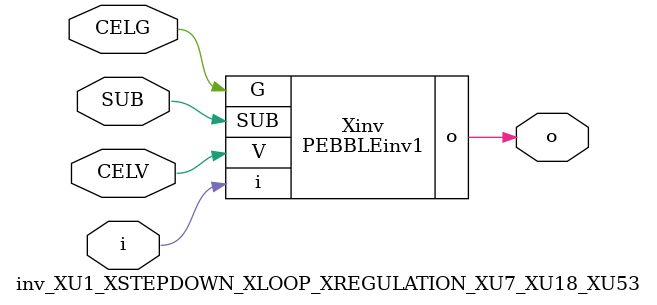
<source format=v>



module PEBBLEinv1 ( o, G, SUB, V, i );

  input V;
  input i;
  input G;
  output o;
  input SUB;
endmodule

//Celera Confidential Do Not Copy inv_XU1_XSTEPDOWN_XLOOP_XREGULATION_XU7_XU18_XU53
//Celera Confidential Symbol Generator
//5V Inverter
module inv_XU1_XSTEPDOWN_XLOOP_XREGULATION_XU7_XU18_XU53 (CELV,CELG,i,o,SUB);
input CELV;
input CELG;
input i;
input SUB;
output o;

//Celera Confidential Do Not Copy inv
PEBBLEinv1 Xinv(
.V (CELV),
.i (i),
.o (o),
.SUB (SUB),
.G (CELG)
);
//,diesize,PEBBLEinv1

//Celera Confidential Do Not Copy Module End
//Celera Schematic Generator
endmodule

</source>
